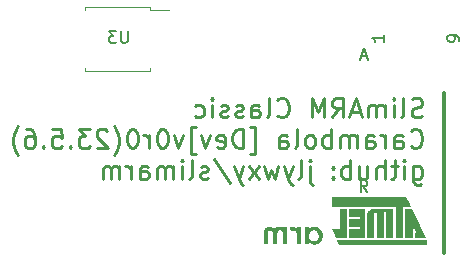
<source format=gbr>
%TF.GenerationSoftware,KiCad,Pcbnew,7.0.2-0*%
%TF.CreationDate,2023-05-06T05:04:52+08:00*%
%TF.ProjectId,slimarm_carambola,736c696d-6172-46d5-9f63-6172616d626f,rev?*%
%TF.SameCoordinates,Original*%
%TF.FileFunction,Legend,Bot*%
%TF.FilePolarity,Positive*%
%FSLAX46Y46*%
G04 Gerber Fmt 4.6, Leading zero omitted, Abs format (unit mm)*
G04 Created by KiCad (PCBNEW 7.0.2-0) date 2023-05-06 05:04:52*
%MOMM*%
%LPD*%
G01*
G04 APERTURE LIST*
%ADD10C,0.300000*%
%ADD11C,0.280000*%
%ADD12C,0.150000*%
%ADD13C,0.120000*%
G04 APERTURE END LIST*
D10*
X55870000Y-24905000D02*
X55870000Y-38475000D01*
D11*
X53995238Y-26914000D02*
X53766666Y-26990190D01*
X53766666Y-26990190D02*
X53385714Y-26990190D01*
X53385714Y-26990190D02*
X53233333Y-26914000D01*
X53233333Y-26914000D02*
X53157142Y-26837809D01*
X53157142Y-26837809D02*
X53080952Y-26685428D01*
X53080952Y-26685428D02*
X53080952Y-26533047D01*
X53080952Y-26533047D02*
X53157142Y-26380666D01*
X53157142Y-26380666D02*
X53233333Y-26304476D01*
X53233333Y-26304476D02*
X53385714Y-26228285D01*
X53385714Y-26228285D02*
X53690476Y-26152095D01*
X53690476Y-26152095D02*
X53842857Y-26075904D01*
X53842857Y-26075904D02*
X53919047Y-25999714D01*
X53919047Y-25999714D02*
X53995238Y-25847333D01*
X53995238Y-25847333D02*
X53995238Y-25694952D01*
X53995238Y-25694952D02*
X53919047Y-25542571D01*
X53919047Y-25542571D02*
X53842857Y-25466380D01*
X53842857Y-25466380D02*
X53690476Y-25390190D01*
X53690476Y-25390190D02*
X53309523Y-25390190D01*
X53309523Y-25390190D02*
X53080952Y-25466380D01*
X52166666Y-26990190D02*
X52319047Y-26914000D01*
X52319047Y-26914000D02*
X52395237Y-26761619D01*
X52395237Y-26761619D02*
X52395237Y-25390190D01*
X51557142Y-26990190D02*
X51557142Y-25923523D01*
X51557142Y-25390190D02*
X51633333Y-25466380D01*
X51633333Y-25466380D02*
X51557142Y-25542571D01*
X51557142Y-25542571D02*
X51480952Y-25466380D01*
X51480952Y-25466380D02*
X51557142Y-25390190D01*
X51557142Y-25390190D02*
X51557142Y-25542571D01*
X50795237Y-26990190D02*
X50795237Y-25923523D01*
X50795237Y-26075904D02*
X50719047Y-25999714D01*
X50719047Y-25999714D02*
X50566666Y-25923523D01*
X50566666Y-25923523D02*
X50338094Y-25923523D01*
X50338094Y-25923523D02*
X50185713Y-25999714D01*
X50185713Y-25999714D02*
X50109523Y-26152095D01*
X50109523Y-26152095D02*
X50109523Y-26990190D01*
X50109523Y-26152095D02*
X50033332Y-25999714D01*
X50033332Y-25999714D02*
X49880951Y-25923523D01*
X49880951Y-25923523D02*
X49652380Y-25923523D01*
X49652380Y-25923523D02*
X49499999Y-25999714D01*
X49499999Y-25999714D02*
X49423809Y-26152095D01*
X49423809Y-26152095D02*
X49423809Y-26990190D01*
X48738095Y-26533047D02*
X47976190Y-26533047D01*
X48890476Y-26990190D02*
X48357142Y-25390190D01*
X48357142Y-25390190D02*
X47823809Y-26990190D01*
X46376189Y-26990190D02*
X46909523Y-26228285D01*
X47290475Y-26990190D02*
X47290475Y-25390190D01*
X47290475Y-25390190D02*
X46680951Y-25390190D01*
X46680951Y-25390190D02*
X46528570Y-25466380D01*
X46528570Y-25466380D02*
X46452380Y-25542571D01*
X46452380Y-25542571D02*
X46376189Y-25694952D01*
X46376189Y-25694952D02*
X46376189Y-25923523D01*
X46376189Y-25923523D02*
X46452380Y-26075904D01*
X46452380Y-26075904D02*
X46528570Y-26152095D01*
X46528570Y-26152095D02*
X46680951Y-26228285D01*
X46680951Y-26228285D02*
X47290475Y-26228285D01*
X45690475Y-26990190D02*
X45690475Y-25390190D01*
X45690475Y-25390190D02*
X45157142Y-26533047D01*
X45157142Y-26533047D02*
X44623808Y-25390190D01*
X44623808Y-25390190D02*
X44623808Y-26990190D01*
X41728570Y-26837809D02*
X41804761Y-26914000D01*
X41804761Y-26914000D02*
X42033332Y-26990190D01*
X42033332Y-26990190D02*
X42185713Y-26990190D01*
X42185713Y-26990190D02*
X42414285Y-26914000D01*
X42414285Y-26914000D02*
X42566666Y-26761619D01*
X42566666Y-26761619D02*
X42642856Y-26609238D01*
X42642856Y-26609238D02*
X42719047Y-26304476D01*
X42719047Y-26304476D02*
X42719047Y-26075904D01*
X42719047Y-26075904D02*
X42642856Y-25771142D01*
X42642856Y-25771142D02*
X42566666Y-25618761D01*
X42566666Y-25618761D02*
X42414285Y-25466380D01*
X42414285Y-25466380D02*
X42185713Y-25390190D01*
X42185713Y-25390190D02*
X42033332Y-25390190D01*
X42033332Y-25390190D02*
X41804761Y-25466380D01*
X41804761Y-25466380D02*
X41728570Y-25542571D01*
X40814285Y-26990190D02*
X40966666Y-26914000D01*
X40966666Y-26914000D02*
X41042856Y-26761619D01*
X41042856Y-26761619D02*
X41042856Y-25390190D01*
X39519047Y-26990190D02*
X39519047Y-26152095D01*
X39519047Y-26152095D02*
X39595237Y-25999714D01*
X39595237Y-25999714D02*
X39747618Y-25923523D01*
X39747618Y-25923523D02*
X40052380Y-25923523D01*
X40052380Y-25923523D02*
X40204761Y-25999714D01*
X39519047Y-26914000D02*
X39671428Y-26990190D01*
X39671428Y-26990190D02*
X40052380Y-26990190D01*
X40052380Y-26990190D02*
X40204761Y-26914000D01*
X40204761Y-26914000D02*
X40280952Y-26761619D01*
X40280952Y-26761619D02*
X40280952Y-26609238D01*
X40280952Y-26609238D02*
X40204761Y-26456857D01*
X40204761Y-26456857D02*
X40052380Y-26380666D01*
X40052380Y-26380666D02*
X39671428Y-26380666D01*
X39671428Y-26380666D02*
X39519047Y-26304476D01*
X38833333Y-26914000D02*
X38680952Y-26990190D01*
X38680952Y-26990190D02*
X38376190Y-26990190D01*
X38376190Y-26990190D02*
X38223809Y-26914000D01*
X38223809Y-26914000D02*
X38147618Y-26761619D01*
X38147618Y-26761619D02*
X38147618Y-26685428D01*
X38147618Y-26685428D02*
X38223809Y-26533047D01*
X38223809Y-26533047D02*
X38376190Y-26456857D01*
X38376190Y-26456857D02*
X38604761Y-26456857D01*
X38604761Y-26456857D02*
X38757142Y-26380666D01*
X38757142Y-26380666D02*
X38833333Y-26228285D01*
X38833333Y-26228285D02*
X38833333Y-26152095D01*
X38833333Y-26152095D02*
X38757142Y-25999714D01*
X38757142Y-25999714D02*
X38604761Y-25923523D01*
X38604761Y-25923523D02*
X38376190Y-25923523D01*
X38376190Y-25923523D02*
X38223809Y-25999714D01*
X37538095Y-26914000D02*
X37385714Y-26990190D01*
X37385714Y-26990190D02*
X37080952Y-26990190D01*
X37080952Y-26990190D02*
X36928571Y-26914000D01*
X36928571Y-26914000D02*
X36852380Y-26761619D01*
X36852380Y-26761619D02*
X36852380Y-26685428D01*
X36852380Y-26685428D02*
X36928571Y-26533047D01*
X36928571Y-26533047D02*
X37080952Y-26456857D01*
X37080952Y-26456857D02*
X37309523Y-26456857D01*
X37309523Y-26456857D02*
X37461904Y-26380666D01*
X37461904Y-26380666D02*
X37538095Y-26228285D01*
X37538095Y-26228285D02*
X37538095Y-26152095D01*
X37538095Y-26152095D02*
X37461904Y-25999714D01*
X37461904Y-25999714D02*
X37309523Y-25923523D01*
X37309523Y-25923523D02*
X37080952Y-25923523D01*
X37080952Y-25923523D02*
X36928571Y-25999714D01*
X36166666Y-26990190D02*
X36166666Y-25923523D01*
X36166666Y-25390190D02*
X36242857Y-25466380D01*
X36242857Y-25466380D02*
X36166666Y-25542571D01*
X36166666Y-25542571D02*
X36090476Y-25466380D01*
X36090476Y-25466380D02*
X36166666Y-25390190D01*
X36166666Y-25390190D02*
X36166666Y-25542571D01*
X34719047Y-26914000D02*
X34871428Y-26990190D01*
X34871428Y-26990190D02*
X35176190Y-26990190D01*
X35176190Y-26990190D02*
X35328571Y-26914000D01*
X35328571Y-26914000D02*
X35404761Y-26837809D01*
X35404761Y-26837809D02*
X35480952Y-26685428D01*
X35480952Y-26685428D02*
X35480952Y-26228285D01*
X35480952Y-26228285D02*
X35404761Y-26075904D01*
X35404761Y-26075904D02*
X35328571Y-25999714D01*
X35328571Y-25999714D02*
X35176190Y-25923523D01*
X35176190Y-25923523D02*
X34871428Y-25923523D01*
X34871428Y-25923523D02*
X34719047Y-25999714D01*
X53004761Y-29429809D02*
X53080952Y-29506000D01*
X53080952Y-29506000D02*
X53309523Y-29582190D01*
X53309523Y-29582190D02*
X53461904Y-29582190D01*
X53461904Y-29582190D02*
X53690476Y-29506000D01*
X53690476Y-29506000D02*
X53842857Y-29353619D01*
X53842857Y-29353619D02*
X53919047Y-29201238D01*
X53919047Y-29201238D02*
X53995238Y-28896476D01*
X53995238Y-28896476D02*
X53995238Y-28667904D01*
X53995238Y-28667904D02*
X53919047Y-28363142D01*
X53919047Y-28363142D02*
X53842857Y-28210761D01*
X53842857Y-28210761D02*
X53690476Y-28058380D01*
X53690476Y-28058380D02*
X53461904Y-27982190D01*
X53461904Y-27982190D02*
X53309523Y-27982190D01*
X53309523Y-27982190D02*
X53080952Y-28058380D01*
X53080952Y-28058380D02*
X53004761Y-28134571D01*
X51633333Y-29582190D02*
X51633333Y-28744095D01*
X51633333Y-28744095D02*
X51709523Y-28591714D01*
X51709523Y-28591714D02*
X51861904Y-28515523D01*
X51861904Y-28515523D02*
X52166666Y-28515523D01*
X52166666Y-28515523D02*
X52319047Y-28591714D01*
X51633333Y-29506000D02*
X51785714Y-29582190D01*
X51785714Y-29582190D02*
X52166666Y-29582190D01*
X52166666Y-29582190D02*
X52319047Y-29506000D01*
X52319047Y-29506000D02*
X52395238Y-29353619D01*
X52395238Y-29353619D02*
X52395238Y-29201238D01*
X52395238Y-29201238D02*
X52319047Y-29048857D01*
X52319047Y-29048857D02*
X52166666Y-28972666D01*
X52166666Y-28972666D02*
X51785714Y-28972666D01*
X51785714Y-28972666D02*
X51633333Y-28896476D01*
X50871428Y-29582190D02*
X50871428Y-28515523D01*
X50871428Y-28820285D02*
X50795238Y-28667904D01*
X50795238Y-28667904D02*
X50719047Y-28591714D01*
X50719047Y-28591714D02*
X50566666Y-28515523D01*
X50566666Y-28515523D02*
X50414285Y-28515523D01*
X49195238Y-29582190D02*
X49195238Y-28744095D01*
X49195238Y-28744095D02*
X49271428Y-28591714D01*
X49271428Y-28591714D02*
X49423809Y-28515523D01*
X49423809Y-28515523D02*
X49728571Y-28515523D01*
X49728571Y-28515523D02*
X49880952Y-28591714D01*
X49195238Y-29506000D02*
X49347619Y-29582190D01*
X49347619Y-29582190D02*
X49728571Y-29582190D01*
X49728571Y-29582190D02*
X49880952Y-29506000D01*
X49880952Y-29506000D02*
X49957143Y-29353619D01*
X49957143Y-29353619D02*
X49957143Y-29201238D01*
X49957143Y-29201238D02*
X49880952Y-29048857D01*
X49880952Y-29048857D02*
X49728571Y-28972666D01*
X49728571Y-28972666D02*
X49347619Y-28972666D01*
X49347619Y-28972666D02*
X49195238Y-28896476D01*
X48433333Y-29582190D02*
X48433333Y-28515523D01*
X48433333Y-28667904D02*
X48357143Y-28591714D01*
X48357143Y-28591714D02*
X48204762Y-28515523D01*
X48204762Y-28515523D02*
X47976190Y-28515523D01*
X47976190Y-28515523D02*
X47823809Y-28591714D01*
X47823809Y-28591714D02*
X47747619Y-28744095D01*
X47747619Y-28744095D02*
X47747619Y-29582190D01*
X47747619Y-28744095D02*
X47671428Y-28591714D01*
X47671428Y-28591714D02*
X47519047Y-28515523D01*
X47519047Y-28515523D02*
X47290476Y-28515523D01*
X47290476Y-28515523D02*
X47138095Y-28591714D01*
X47138095Y-28591714D02*
X47061905Y-28744095D01*
X47061905Y-28744095D02*
X47061905Y-29582190D01*
X46300000Y-29582190D02*
X46300000Y-27982190D01*
X46300000Y-28591714D02*
X46147619Y-28515523D01*
X46147619Y-28515523D02*
X45842857Y-28515523D01*
X45842857Y-28515523D02*
X45690476Y-28591714D01*
X45690476Y-28591714D02*
X45614286Y-28667904D01*
X45614286Y-28667904D02*
X45538095Y-28820285D01*
X45538095Y-28820285D02*
X45538095Y-29277428D01*
X45538095Y-29277428D02*
X45614286Y-29429809D01*
X45614286Y-29429809D02*
X45690476Y-29506000D01*
X45690476Y-29506000D02*
X45842857Y-29582190D01*
X45842857Y-29582190D02*
X46147619Y-29582190D01*
X46147619Y-29582190D02*
X46300000Y-29506000D01*
X44623810Y-29582190D02*
X44776191Y-29506000D01*
X44776191Y-29506000D02*
X44852381Y-29429809D01*
X44852381Y-29429809D02*
X44928572Y-29277428D01*
X44928572Y-29277428D02*
X44928572Y-28820285D01*
X44928572Y-28820285D02*
X44852381Y-28667904D01*
X44852381Y-28667904D02*
X44776191Y-28591714D01*
X44776191Y-28591714D02*
X44623810Y-28515523D01*
X44623810Y-28515523D02*
X44395238Y-28515523D01*
X44395238Y-28515523D02*
X44242857Y-28591714D01*
X44242857Y-28591714D02*
X44166667Y-28667904D01*
X44166667Y-28667904D02*
X44090476Y-28820285D01*
X44090476Y-28820285D02*
X44090476Y-29277428D01*
X44090476Y-29277428D02*
X44166667Y-29429809D01*
X44166667Y-29429809D02*
X44242857Y-29506000D01*
X44242857Y-29506000D02*
X44395238Y-29582190D01*
X44395238Y-29582190D02*
X44623810Y-29582190D01*
X43176191Y-29582190D02*
X43328572Y-29506000D01*
X43328572Y-29506000D02*
X43404762Y-29353619D01*
X43404762Y-29353619D02*
X43404762Y-27982190D01*
X41880953Y-29582190D02*
X41880953Y-28744095D01*
X41880953Y-28744095D02*
X41957143Y-28591714D01*
X41957143Y-28591714D02*
X42109524Y-28515523D01*
X42109524Y-28515523D02*
X42414286Y-28515523D01*
X42414286Y-28515523D02*
X42566667Y-28591714D01*
X41880953Y-29506000D02*
X42033334Y-29582190D01*
X42033334Y-29582190D02*
X42414286Y-29582190D01*
X42414286Y-29582190D02*
X42566667Y-29506000D01*
X42566667Y-29506000D02*
X42642858Y-29353619D01*
X42642858Y-29353619D02*
X42642858Y-29201238D01*
X42642858Y-29201238D02*
X42566667Y-29048857D01*
X42566667Y-29048857D02*
X42414286Y-28972666D01*
X42414286Y-28972666D02*
X42033334Y-28972666D01*
X42033334Y-28972666D02*
X41880953Y-28896476D01*
X39442857Y-30115523D02*
X39823810Y-30115523D01*
X39823810Y-30115523D02*
X39823810Y-27829809D01*
X39823810Y-27829809D02*
X39442857Y-27829809D01*
X38833333Y-29582190D02*
X38833333Y-27982190D01*
X38833333Y-27982190D02*
X38452381Y-27982190D01*
X38452381Y-27982190D02*
X38223809Y-28058380D01*
X38223809Y-28058380D02*
X38071428Y-28210761D01*
X38071428Y-28210761D02*
X37995238Y-28363142D01*
X37995238Y-28363142D02*
X37919047Y-28667904D01*
X37919047Y-28667904D02*
X37919047Y-28896476D01*
X37919047Y-28896476D02*
X37995238Y-29201238D01*
X37995238Y-29201238D02*
X38071428Y-29353619D01*
X38071428Y-29353619D02*
X38223809Y-29506000D01*
X38223809Y-29506000D02*
X38452381Y-29582190D01*
X38452381Y-29582190D02*
X38833333Y-29582190D01*
X36623809Y-29506000D02*
X36776190Y-29582190D01*
X36776190Y-29582190D02*
X37080952Y-29582190D01*
X37080952Y-29582190D02*
X37233333Y-29506000D01*
X37233333Y-29506000D02*
X37309524Y-29353619D01*
X37309524Y-29353619D02*
X37309524Y-28744095D01*
X37309524Y-28744095D02*
X37233333Y-28591714D01*
X37233333Y-28591714D02*
X37080952Y-28515523D01*
X37080952Y-28515523D02*
X36776190Y-28515523D01*
X36776190Y-28515523D02*
X36623809Y-28591714D01*
X36623809Y-28591714D02*
X36547619Y-28744095D01*
X36547619Y-28744095D02*
X36547619Y-28896476D01*
X36547619Y-28896476D02*
X37309524Y-29048857D01*
X36014285Y-28515523D02*
X35633333Y-29582190D01*
X35633333Y-29582190D02*
X35252380Y-28515523D01*
X34795237Y-30115523D02*
X34414285Y-30115523D01*
X34414285Y-30115523D02*
X34414285Y-27829809D01*
X34414285Y-27829809D02*
X34795237Y-27829809D01*
X33728570Y-28515523D02*
X33347618Y-29582190D01*
X33347618Y-29582190D02*
X32966665Y-28515523D01*
X32052379Y-27982190D02*
X31899998Y-27982190D01*
X31899998Y-27982190D02*
X31747617Y-28058380D01*
X31747617Y-28058380D02*
X31671427Y-28134571D01*
X31671427Y-28134571D02*
X31595236Y-28286952D01*
X31595236Y-28286952D02*
X31519046Y-28591714D01*
X31519046Y-28591714D02*
X31519046Y-28972666D01*
X31519046Y-28972666D02*
X31595236Y-29277428D01*
X31595236Y-29277428D02*
X31671427Y-29429809D01*
X31671427Y-29429809D02*
X31747617Y-29506000D01*
X31747617Y-29506000D02*
X31899998Y-29582190D01*
X31899998Y-29582190D02*
X32052379Y-29582190D01*
X32052379Y-29582190D02*
X32204760Y-29506000D01*
X32204760Y-29506000D02*
X32280951Y-29429809D01*
X32280951Y-29429809D02*
X32357141Y-29277428D01*
X32357141Y-29277428D02*
X32433332Y-28972666D01*
X32433332Y-28972666D02*
X32433332Y-28591714D01*
X32433332Y-28591714D02*
X32357141Y-28286952D01*
X32357141Y-28286952D02*
X32280951Y-28134571D01*
X32280951Y-28134571D02*
X32204760Y-28058380D01*
X32204760Y-28058380D02*
X32052379Y-27982190D01*
X30833331Y-29582190D02*
X30833331Y-28515523D01*
X30833331Y-28820285D02*
X30757141Y-28667904D01*
X30757141Y-28667904D02*
X30680950Y-28591714D01*
X30680950Y-28591714D02*
X30528569Y-28515523D01*
X30528569Y-28515523D02*
X30376188Y-28515523D01*
X29538093Y-27982190D02*
X29385712Y-27982190D01*
X29385712Y-27982190D02*
X29233331Y-28058380D01*
X29233331Y-28058380D02*
X29157141Y-28134571D01*
X29157141Y-28134571D02*
X29080950Y-28286952D01*
X29080950Y-28286952D02*
X29004760Y-28591714D01*
X29004760Y-28591714D02*
X29004760Y-28972666D01*
X29004760Y-28972666D02*
X29080950Y-29277428D01*
X29080950Y-29277428D02*
X29157141Y-29429809D01*
X29157141Y-29429809D02*
X29233331Y-29506000D01*
X29233331Y-29506000D02*
X29385712Y-29582190D01*
X29385712Y-29582190D02*
X29538093Y-29582190D01*
X29538093Y-29582190D02*
X29690474Y-29506000D01*
X29690474Y-29506000D02*
X29766665Y-29429809D01*
X29766665Y-29429809D02*
X29842855Y-29277428D01*
X29842855Y-29277428D02*
X29919046Y-28972666D01*
X29919046Y-28972666D02*
X29919046Y-28591714D01*
X29919046Y-28591714D02*
X29842855Y-28286952D01*
X29842855Y-28286952D02*
X29766665Y-28134571D01*
X29766665Y-28134571D02*
X29690474Y-28058380D01*
X29690474Y-28058380D02*
X29538093Y-27982190D01*
X27861902Y-30191714D02*
X27938093Y-30115523D01*
X27938093Y-30115523D02*
X28090474Y-29886952D01*
X28090474Y-29886952D02*
X28166664Y-29734571D01*
X28166664Y-29734571D02*
X28242855Y-29506000D01*
X28242855Y-29506000D02*
X28319045Y-29125047D01*
X28319045Y-29125047D02*
X28319045Y-28820285D01*
X28319045Y-28820285D02*
X28242855Y-28439333D01*
X28242855Y-28439333D02*
X28166664Y-28210761D01*
X28166664Y-28210761D02*
X28090474Y-28058380D01*
X28090474Y-28058380D02*
X27938093Y-27829809D01*
X27938093Y-27829809D02*
X27861902Y-27753619D01*
X27328569Y-28134571D02*
X27252378Y-28058380D01*
X27252378Y-28058380D02*
X27099997Y-27982190D01*
X27099997Y-27982190D02*
X26719045Y-27982190D01*
X26719045Y-27982190D02*
X26566664Y-28058380D01*
X26566664Y-28058380D02*
X26490473Y-28134571D01*
X26490473Y-28134571D02*
X26414283Y-28286952D01*
X26414283Y-28286952D02*
X26414283Y-28439333D01*
X26414283Y-28439333D02*
X26490473Y-28667904D01*
X26490473Y-28667904D02*
X27404759Y-29582190D01*
X27404759Y-29582190D02*
X26414283Y-29582190D01*
X25880949Y-27982190D02*
X24890473Y-27982190D01*
X24890473Y-27982190D02*
X25423806Y-28591714D01*
X25423806Y-28591714D02*
X25195235Y-28591714D01*
X25195235Y-28591714D02*
X25042854Y-28667904D01*
X25042854Y-28667904D02*
X24966663Y-28744095D01*
X24966663Y-28744095D02*
X24890473Y-28896476D01*
X24890473Y-28896476D02*
X24890473Y-29277428D01*
X24890473Y-29277428D02*
X24966663Y-29429809D01*
X24966663Y-29429809D02*
X25042854Y-29506000D01*
X25042854Y-29506000D02*
X25195235Y-29582190D01*
X25195235Y-29582190D02*
X25652378Y-29582190D01*
X25652378Y-29582190D02*
X25804759Y-29506000D01*
X25804759Y-29506000D02*
X25880949Y-29429809D01*
X24204758Y-29429809D02*
X24128568Y-29506000D01*
X24128568Y-29506000D02*
X24204758Y-29582190D01*
X24204758Y-29582190D02*
X24280949Y-29506000D01*
X24280949Y-29506000D02*
X24204758Y-29429809D01*
X24204758Y-29429809D02*
X24204758Y-29582190D01*
X22680948Y-27982190D02*
X23442853Y-27982190D01*
X23442853Y-27982190D02*
X23519044Y-28744095D01*
X23519044Y-28744095D02*
X23442853Y-28667904D01*
X23442853Y-28667904D02*
X23290472Y-28591714D01*
X23290472Y-28591714D02*
X22909520Y-28591714D01*
X22909520Y-28591714D02*
X22757139Y-28667904D01*
X22757139Y-28667904D02*
X22680948Y-28744095D01*
X22680948Y-28744095D02*
X22604758Y-28896476D01*
X22604758Y-28896476D02*
X22604758Y-29277428D01*
X22604758Y-29277428D02*
X22680948Y-29429809D01*
X22680948Y-29429809D02*
X22757139Y-29506000D01*
X22757139Y-29506000D02*
X22909520Y-29582190D01*
X22909520Y-29582190D02*
X23290472Y-29582190D01*
X23290472Y-29582190D02*
X23442853Y-29506000D01*
X23442853Y-29506000D02*
X23519044Y-29429809D01*
X21919043Y-29429809D02*
X21842853Y-29506000D01*
X21842853Y-29506000D02*
X21919043Y-29582190D01*
X21919043Y-29582190D02*
X21995234Y-29506000D01*
X21995234Y-29506000D02*
X21919043Y-29429809D01*
X21919043Y-29429809D02*
X21919043Y-29582190D01*
X20471424Y-27982190D02*
X20776186Y-27982190D01*
X20776186Y-27982190D02*
X20928567Y-28058380D01*
X20928567Y-28058380D02*
X21004757Y-28134571D01*
X21004757Y-28134571D02*
X21157138Y-28363142D01*
X21157138Y-28363142D02*
X21233329Y-28667904D01*
X21233329Y-28667904D02*
X21233329Y-29277428D01*
X21233329Y-29277428D02*
X21157138Y-29429809D01*
X21157138Y-29429809D02*
X21080948Y-29506000D01*
X21080948Y-29506000D02*
X20928567Y-29582190D01*
X20928567Y-29582190D02*
X20623805Y-29582190D01*
X20623805Y-29582190D02*
X20471424Y-29506000D01*
X20471424Y-29506000D02*
X20395233Y-29429809D01*
X20395233Y-29429809D02*
X20319043Y-29277428D01*
X20319043Y-29277428D02*
X20319043Y-28896476D01*
X20319043Y-28896476D02*
X20395233Y-28744095D01*
X20395233Y-28744095D02*
X20471424Y-28667904D01*
X20471424Y-28667904D02*
X20623805Y-28591714D01*
X20623805Y-28591714D02*
X20928567Y-28591714D01*
X20928567Y-28591714D02*
X21080948Y-28667904D01*
X21080948Y-28667904D02*
X21157138Y-28744095D01*
X21157138Y-28744095D02*
X21233329Y-28896476D01*
X19785709Y-30191714D02*
X19709519Y-30115523D01*
X19709519Y-30115523D02*
X19557138Y-29886952D01*
X19557138Y-29886952D02*
X19480947Y-29734571D01*
X19480947Y-29734571D02*
X19404757Y-29506000D01*
X19404757Y-29506000D02*
X19328566Y-29125047D01*
X19328566Y-29125047D02*
X19328566Y-28820285D01*
X19328566Y-28820285D02*
X19404757Y-28439333D01*
X19404757Y-28439333D02*
X19480947Y-28210761D01*
X19480947Y-28210761D02*
X19557138Y-28058380D01*
X19557138Y-28058380D02*
X19709519Y-27829809D01*
X19709519Y-27829809D02*
X19785709Y-27753619D01*
X53233333Y-31107523D02*
X53233333Y-32402761D01*
X53233333Y-32402761D02*
X53309523Y-32555142D01*
X53309523Y-32555142D02*
X53385714Y-32631333D01*
X53385714Y-32631333D02*
X53538095Y-32707523D01*
X53538095Y-32707523D02*
X53766666Y-32707523D01*
X53766666Y-32707523D02*
X53919047Y-32631333D01*
X53233333Y-32098000D02*
X53385714Y-32174190D01*
X53385714Y-32174190D02*
X53690476Y-32174190D01*
X53690476Y-32174190D02*
X53842857Y-32098000D01*
X53842857Y-32098000D02*
X53919047Y-32021809D01*
X53919047Y-32021809D02*
X53995238Y-31869428D01*
X53995238Y-31869428D02*
X53995238Y-31412285D01*
X53995238Y-31412285D02*
X53919047Y-31259904D01*
X53919047Y-31259904D02*
X53842857Y-31183714D01*
X53842857Y-31183714D02*
X53690476Y-31107523D01*
X53690476Y-31107523D02*
X53385714Y-31107523D01*
X53385714Y-31107523D02*
X53233333Y-31183714D01*
X52471428Y-32174190D02*
X52471428Y-31107523D01*
X52471428Y-30574190D02*
X52547619Y-30650380D01*
X52547619Y-30650380D02*
X52471428Y-30726571D01*
X52471428Y-30726571D02*
X52395238Y-30650380D01*
X52395238Y-30650380D02*
X52471428Y-30574190D01*
X52471428Y-30574190D02*
X52471428Y-30726571D01*
X51938095Y-31107523D02*
X51328571Y-31107523D01*
X51709523Y-30574190D02*
X51709523Y-31945619D01*
X51709523Y-31945619D02*
X51633333Y-32098000D01*
X51633333Y-32098000D02*
X51480952Y-32174190D01*
X51480952Y-32174190D02*
X51328571Y-32174190D01*
X50795237Y-32174190D02*
X50795237Y-30574190D01*
X50109523Y-32174190D02*
X50109523Y-31336095D01*
X50109523Y-31336095D02*
X50185713Y-31183714D01*
X50185713Y-31183714D02*
X50338094Y-31107523D01*
X50338094Y-31107523D02*
X50566666Y-31107523D01*
X50566666Y-31107523D02*
X50719047Y-31183714D01*
X50719047Y-31183714D02*
X50795237Y-31259904D01*
X48661904Y-31107523D02*
X48661904Y-32174190D01*
X49347618Y-31107523D02*
X49347618Y-31945619D01*
X49347618Y-31945619D02*
X49271428Y-32098000D01*
X49271428Y-32098000D02*
X49119047Y-32174190D01*
X49119047Y-32174190D02*
X48890475Y-32174190D01*
X48890475Y-32174190D02*
X48738094Y-32098000D01*
X48738094Y-32098000D02*
X48661904Y-32021809D01*
X47899999Y-32174190D02*
X47899999Y-30574190D01*
X47899999Y-31183714D02*
X47747618Y-31107523D01*
X47747618Y-31107523D02*
X47442856Y-31107523D01*
X47442856Y-31107523D02*
X47290475Y-31183714D01*
X47290475Y-31183714D02*
X47214285Y-31259904D01*
X47214285Y-31259904D02*
X47138094Y-31412285D01*
X47138094Y-31412285D02*
X47138094Y-31869428D01*
X47138094Y-31869428D02*
X47214285Y-32021809D01*
X47214285Y-32021809D02*
X47290475Y-32098000D01*
X47290475Y-32098000D02*
X47442856Y-32174190D01*
X47442856Y-32174190D02*
X47747618Y-32174190D01*
X47747618Y-32174190D02*
X47899999Y-32098000D01*
X46452380Y-32021809D02*
X46376190Y-32098000D01*
X46376190Y-32098000D02*
X46452380Y-32174190D01*
X46452380Y-32174190D02*
X46528571Y-32098000D01*
X46528571Y-32098000D02*
X46452380Y-32021809D01*
X46452380Y-32021809D02*
X46452380Y-32174190D01*
X46452380Y-31183714D02*
X46376190Y-31259904D01*
X46376190Y-31259904D02*
X46452380Y-31336095D01*
X46452380Y-31336095D02*
X46528571Y-31259904D01*
X46528571Y-31259904D02*
X46452380Y-31183714D01*
X46452380Y-31183714D02*
X46452380Y-31336095D01*
X44471427Y-31107523D02*
X44471427Y-32478952D01*
X44471427Y-32478952D02*
X44547618Y-32631333D01*
X44547618Y-32631333D02*
X44699999Y-32707523D01*
X44699999Y-32707523D02*
X44776189Y-32707523D01*
X44471427Y-30574190D02*
X44547618Y-30650380D01*
X44547618Y-30650380D02*
X44471427Y-30726571D01*
X44471427Y-30726571D02*
X44395237Y-30650380D01*
X44395237Y-30650380D02*
X44471427Y-30574190D01*
X44471427Y-30574190D02*
X44471427Y-30726571D01*
X43480951Y-32174190D02*
X43633332Y-32098000D01*
X43633332Y-32098000D02*
X43709522Y-31945619D01*
X43709522Y-31945619D02*
X43709522Y-30574190D01*
X43023808Y-31107523D02*
X42642856Y-32174190D01*
X42261903Y-31107523D02*
X42642856Y-32174190D01*
X42642856Y-32174190D02*
X42795237Y-32555142D01*
X42795237Y-32555142D02*
X42871427Y-32631333D01*
X42871427Y-32631333D02*
X43023808Y-32707523D01*
X41804760Y-31107523D02*
X41499998Y-32174190D01*
X41499998Y-32174190D02*
X41195236Y-31412285D01*
X41195236Y-31412285D02*
X40890474Y-32174190D01*
X40890474Y-32174190D02*
X40585712Y-31107523D01*
X40128570Y-32174190D02*
X39290475Y-31107523D01*
X40128570Y-31107523D02*
X39290475Y-32174190D01*
X38833332Y-31107523D02*
X38452380Y-32174190D01*
X38071427Y-31107523D02*
X38452380Y-32174190D01*
X38452380Y-32174190D02*
X38604761Y-32555142D01*
X38604761Y-32555142D02*
X38680951Y-32631333D01*
X38680951Y-32631333D02*
X38833332Y-32707523D01*
X36319046Y-30498000D02*
X37690475Y-32555142D01*
X35861904Y-32098000D02*
X35709523Y-32174190D01*
X35709523Y-32174190D02*
X35404761Y-32174190D01*
X35404761Y-32174190D02*
X35252380Y-32098000D01*
X35252380Y-32098000D02*
X35176189Y-31945619D01*
X35176189Y-31945619D02*
X35176189Y-31869428D01*
X35176189Y-31869428D02*
X35252380Y-31717047D01*
X35252380Y-31717047D02*
X35404761Y-31640857D01*
X35404761Y-31640857D02*
X35633332Y-31640857D01*
X35633332Y-31640857D02*
X35785713Y-31564666D01*
X35785713Y-31564666D02*
X35861904Y-31412285D01*
X35861904Y-31412285D02*
X35861904Y-31336095D01*
X35861904Y-31336095D02*
X35785713Y-31183714D01*
X35785713Y-31183714D02*
X35633332Y-31107523D01*
X35633332Y-31107523D02*
X35404761Y-31107523D01*
X35404761Y-31107523D02*
X35252380Y-31183714D01*
X34261904Y-32174190D02*
X34414285Y-32098000D01*
X34414285Y-32098000D02*
X34490475Y-31945619D01*
X34490475Y-31945619D02*
X34490475Y-30574190D01*
X33652380Y-32174190D02*
X33652380Y-31107523D01*
X33652380Y-30574190D02*
X33728571Y-30650380D01*
X33728571Y-30650380D02*
X33652380Y-30726571D01*
X33652380Y-30726571D02*
X33576190Y-30650380D01*
X33576190Y-30650380D02*
X33652380Y-30574190D01*
X33652380Y-30574190D02*
X33652380Y-30726571D01*
X32890475Y-32174190D02*
X32890475Y-31107523D01*
X32890475Y-31259904D02*
X32814285Y-31183714D01*
X32814285Y-31183714D02*
X32661904Y-31107523D01*
X32661904Y-31107523D02*
X32433332Y-31107523D01*
X32433332Y-31107523D02*
X32280951Y-31183714D01*
X32280951Y-31183714D02*
X32204761Y-31336095D01*
X32204761Y-31336095D02*
X32204761Y-32174190D01*
X32204761Y-31336095D02*
X32128570Y-31183714D01*
X32128570Y-31183714D02*
X31976189Y-31107523D01*
X31976189Y-31107523D02*
X31747618Y-31107523D01*
X31747618Y-31107523D02*
X31595237Y-31183714D01*
X31595237Y-31183714D02*
X31519047Y-31336095D01*
X31519047Y-31336095D02*
X31519047Y-32174190D01*
X30071428Y-32174190D02*
X30071428Y-31336095D01*
X30071428Y-31336095D02*
X30147618Y-31183714D01*
X30147618Y-31183714D02*
X30299999Y-31107523D01*
X30299999Y-31107523D02*
X30604761Y-31107523D01*
X30604761Y-31107523D02*
X30757142Y-31183714D01*
X30071428Y-32098000D02*
X30223809Y-32174190D01*
X30223809Y-32174190D02*
X30604761Y-32174190D01*
X30604761Y-32174190D02*
X30757142Y-32098000D01*
X30757142Y-32098000D02*
X30833333Y-31945619D01*
X30833333Y-31945619D02*
X30833333Y-31793238D01*
X30833333Y-31793238D02*
X30757142Y-31640857D01*
X30757142Y-31640857D02*
X30604761Y-31564666D01*
X30604761Y-31564666D02*
X30223809Y-31564666D01*
X30223809Y-31564666D02*
X30071428Y-31488476D01*
X29309523Y-32174190D02*
X29309523Y-31107523D01*
X29309523Y-31412285D02*
X29233333Y-31259904D01*
X29233333Y-31259904D02*
X29157142Y-31183714D01*
X29157142Y-31183714D02*
X29004761Y-31107523D01*
X29004761Y-31107523D02*
X28852380Y-31107523D01*
X28319047Y-32174190D02*
X28319047Y-31107523D01*
X28319047Y-31259904D02*
X28242857Y-31183714D01*
X28242857Y-31183714D02*
X28090476Y-31107523D01*
X28090476Y-31107523D02*
X27861904Y-31107523D01*
X27861904Y-31107523D02*
X27709523Y-31183714D01*
X27709523Y-31183714D02*
X27633333Y-31336095D01*
X27633333Y-31336095D02*
X27633333Y-32174190D01*
X27633333Y-31336095D02*
X27557142Y-31183714D01*
X27557142Y-31183714D02*
X27404761Y-31107523D01*
X27404761Y-31107523D02*
X27176190Y-31107523D01*
X27176190Y-31107523D02*
X27023809Y-31183714D01*
X27023809Y-31183714D02*
X26947619Y-31336095D01*
X26947619Y-31336095D02*
X26947619Y-32174190D01*
D12*
%TO.C,U3*%
X29051904Y-19692619D02*
X29051904Y-20502142D01*
X29051904Y-20502142D02*
X29004285Y-20597380D01*
X29004285Y-20597380D02*
X28956666Y-20645000D01*
X28956666Y-20645000D02*
X28861428Y-20692619D01*
X28861428Y-20692619D02*
X28670952Y-20692619D01*
X28670952Y-20692619D02*
X28575714Y-20645000D01*
X28575714Y-20645000D02*
X28528095Y-20597380D01*
X28528095Y-20597380D02*
X28480476Y-20502142D01*
X28480476Y-20502142D02*
X28480476Y-19692619D01*
X28099523Y-19692619D02*
X27480476Y-19692619D01*
X27480476Y-19692619D02*
X27813809Y-20073571D01*
X27813809Y-20073571D02*
X27670952Y-20073571D01*
X27670952Y-20073571D02*
X27575714Y-20121190D01*
X27575714Y-20121190D02*
X27528095Y-20168809D01*
X27528095Y-20168809D02*
X27480476Y-20264047D01*
X27480476Y-20264047D02*
X27480476Y-20502142D01*
X27480476Y-20502142D02*
X27528095Y-20597380D01*
X27528095Y-20597380D02*
X27575714Y-20645000D01*
X27575714Y-20645000D02*
X27670952Y-20692619D01*
X27670952Y-20692619D02*
X27956666Y-20692619D01*
X27956666Y-20692619D02*
X28051904Y-20645000D01*
X28051904Y-20645000D02*
X28099523Y-20597380D01*
%TO.C,U2*%
X49337223Y-33293319D02*
X49003890Y-32817128D01*
X48765795Y-33293319D02*
X48765795Y-32293319D01*
X48765795Y-32293319D02*
X49146747Y-32293319D01*
X49146747Y-32293319D02*
X49241985Y-32340938D01*
X49241985Y-32340938D02*
X49289604Y-32388557D01*
X49289604Y-32388557D02*
X49337223Y-32483795D01*
X49337223Y-32483795D02*
X49337223Y-32626652D01*
X49337223Y-32626652D02*
X49289604Y-32721890D01*
X49289604Y-32721890D02*
X49241985Y-32769509D01*
X49241985Y-32769509D02*
X49146747Y-32817128D01*
X49146747Y-32817128D02*
X48765795Y-32817128D01*
X57123019Y-20486275D02*
X57123019Y-20295799D01*
X57123019Y-20295799D02*
X57075400Y-20200561D01*
X57075400Y-20200561D02*
X57027780Y-20152942D01*
X57027780Y-20152942D02*
X56884923Y-20057704D01*
X56884923Y-20057704D02*
X56694447Y-20010085D01*
X56694447Y-20010085D02*
X56313495Y-20010085D01*
X56313495Y-20010085D02*
X56218257Y-20057704D01*
X56218257Y-20057704D02*
X56170638Y-20105323D01*
X56170638Y-20105323D02*
X56123019Y-20200561D01*
X56123019Y-20200561D02*
X56123019Y-20391037D01*
X56123019Y-20391037D02*
X56170638Y-20486275D01*
X56170638Y-20486275D02*
X56218257Y-20533894D01*
X56218257Y-20533894D02*
X56313495Y-20581513D01*
X56313495Y-20581513D02*
X56551590Y-20581513D01*
X56551590Y-20581513D02*
X56646828Y-20533894D01*
X56646828Y-20533894D02*
X56694447Y-20486275D01*
X56694447Y-20486275D02*
X56742066Y-20391037D01*
X56742066Y-20391037D02*
X56742066Y-20200561D01*
X56742066Y-20200561D02*
X56694447Y-20105323D01*
X56694447Y-20105323D02*
X56646828Y-20057704D01*
X56646828Y-20057704D02*
X56551590Y-20010085D01*
X50722219Y-20010085D02*
X50722219Y-20581513D01*
X50722219Y-20295799D02*
X49722219Y-20295799D01*
X49722219Y-20295799D02*
X49865076Y-20391037D01*
X49865076Y-20391037D02*
X49960314Y-20486275D01*
X49960314Y-20486275D02*
X50007933Y-20581513D01*
X48789605Y-21806204D02*
X49265795Y-21806204D01*
X48694367Y-22091919D02*
X49027700Y-21091919D01*
X49027700Y-21091919D02*
X49361033Y-22091919D01*
D13*
%TO.C,U3*%
X30905000Y-23105000D02*
X30905000Y-22845000D01*
X30905000Y-17915000D02*
X32580000Y-17915000D01*
X28180000Y-17655000D02*
X30905000Y-17655000D01*
X30905000Y-17655000D02*
X30905000Y-17915000D01*
X25455000Y-23105000D02*
X25455000Y-22845000D01*
X28180000Y-23105000D02*
X25455000Y-23105000D01*
X28180000Y-23105000D02*
X30905000Y-23105000D01*
X25455000Y-17655000D02*
X25455000Y-17915000D01*
X28180000Y-17655000D02*
X25455000Y-17655000D01*
%TO.C,G\u002A\u002A\u002A*%
G36*
X47616184Y-35969653D02*
G01*
X47616184Y-37186471D01*
X47136283Y-37185734D01*
X46656382Y-37184997D01*
X46502828Y-36814853D01*
X46349274Y-36444710D01*
X46667962Y-36443968D01*
X46986649Y-36443227D01*
X46986649Y-35598030D01*
X46986649Y-34752834D01*
X47301417Y-34752834D01*
X47616184Y-34752834D01*
X47616184Y-35969653D01*
G37*
G36*
X52824062Y-34137142D02*
G01*
X53054626Y-34541531D01*
X52697620Y-34542272D01*
X52340614Y-34543012D01*
X52340614Y-35864733D01*
X52340614Y-37186454D01*
X52041876Y-37186454D01*
X51743138Y-37186454D01*
X51743138Y-35864721D01*
X51743138Y-34542989D01*
X49048669Y-34542989D01*
X46354199Y-34542989D01*
X46354199Y-34137871D01*
X46354199Y-33732754D01*
X49473848Y-33732754D01*
X52593498Y-33732754D01*
X52824062Y-34137142D01*
G37*
G36*
X49134647Y-35969644D02*
G01*
X49134647Y-37186454D01*
X48468680Y-37186454D01*
X47802713Y-37186454D01*
X47802713Y-36811939D01*
X47802713Y-36437424D01*
X48250091Y-36437424D01*
X48697470Y-36437424D01*
X48697470Y-36354360D01*
X48697470Y-36271296D01*
X48247177Y-36271296D01*
X47796884Y-36271296D01*
X47796884Y-35944871D01*
X47796884Y-35618445D01*
X48250091Y-35618445D01*
X48703299Y-35618445D01*
X48703299Y-35525180D01*
X48703299Y-35431916D01*
X48253006Y-35431916D01*
X47802713Y-35431916D01*
X47802713Y-35092375D01*
X47802713Y-34752834D01*
X48468680Y-34752834D01*
X49134647Y-34752834D01*
X49134647Y-35969644D01*
G37*
G36*
X54348714Y-37575543D02*
G01*
X54348714Y-37807248D01*
X50650022Y-37806518D01*
X46951330Y-37805788D01*
X46848037Y-37577808D01*
X46836249Y-37551771D01*
X46821218Y-37518511D01*
X46807028Y-37487048D01*
X46793855Y-37457772D01*
X46781872Y-37431072D01*
X46771254Y-37407340D01*
X46762176Y-37386965D01*
X46754811Y-37370336D01*
X46749335Y-37357845D01*
X46745921Y-37349880D01*
X46744744Y-37346832D01*
X46746980Y-37346681D01*
X46754236Y-37346526D01*
X46766541Y-37346375D01*
X46783918Y-37346229D01*
X46806387Y-37346087D01*
X46833972Y-37345950D01*
X46866692Y-37345818D01*
X46904571Y-37345689D01*
X46947629Y-37345566D01*
X46995888Y-37345446D01*
X47049370Y-37345331D01*
X47108096Y-37345221D01*
X47172089Y-37345115D01*
X47241369Y-37345013D01*
X47315959Y-37344916D01*
X47395880Y-37344823D01*
X47481154Y-37344734D01*
X47571802Y-37344649D01*
X47667847Y-37344569D01*
X47769309Y-37344493D01*
X47876210Y-37344422D01*
X47988572Y-37344354D01*
X48106417Y-37344291D01*
X48229766Y-37344232D01*
X48358641Y-37344177D01*
X48493064Y-37344127D01*
X48633056Y-37344080D01*
X48778639Y-37344038D01*
X48929834Y-37344000D01*
X49086664Y-37343965D01*
X49249149Y-37343935D01*
X49417312Y-37343909D01*
X49591174Y-37343887D01*
X49770757Y-37343870D01*
X49956083Y-37343856D01*
X50147172Y-37343846D01*
X50344047Y-37343840D01*
X50546729Y-37343838D01*
X54348714Y-37343838D01*
X54348714Y-37575543D01*
G37*
G36*
X52825152Y-34752868D02*
G01*
X53114417Y-34752903D01*
X53715432Y-35964578D01*
X53716177Y-35966079D01*
X53755505Y-36045370D01*
X53794183Y-36123355D01*
X53832130Y-36199871D01*
X53869264Y-36274755D01*
X53905506Y-36347844D01*
X53940774Y-36418975D01*
X53974987Y-36487984D01*
X54008065Y-36554709D01*
X54039927Y-36618985D01*
X54070491Y-36680651D01*
X54099677Y-36739542D01*
X54127405Y-36795497D01*
X54153593Y-36848350D01*
X54178160Y-36897940D01*
X54201026Y-36944104D01*
X54222110Y-36986677D01*
X54241330Y-37025497D01*
X54258607Y-37060400D01*
X54273859Y-37091225D01*
X54287005Y-37117806D01*
X54297965Y-37139982D01*
X54306658Y-37157588D01*
X54313002Y-37170463D01*
X54316918Y-37178442D01*
X54318323Y-37181363D01*
X54318394Y-37181920D01*
X54317954Y-37182537D01*
X54316691Y-37183094D01*
X54314341Y-37183594D01*
X54310641Y-37184039D01*
X54305327Y-37184432D01*
X54298136Y-37184775D01*
X54288805Y-37185070D01*
X54277069Y-37185321D01*
X54262667Y-37185530D01*
X54245333Y-37185698D01*
X54224805Y-37185829D01*
X54200819Y-37185926D01*
X54173112Y-37185989D01*
X54141420Y-37186023D01*
X54105479Y-37186029D01*
X54065027Y-37186011D01*
X54019800Y-37185969D01*
X53969535Y-37185908D01*
X53913967Y-37185829D01*
X53852834Y-37185734D01*
X53385467Y-37184997D01*
X53384717Y-37003568D01*
X53383966Y-36822140D01*
X53470209Y-36822140D01*
X53474414Y-36822137D01*
X53496836Y-36822024D01*
X53516517Y-36821757D01*
X53532840Y-36821357D01*
X53545186Y-36820841D01*
X53552939Y-36820229D01*
X53555481Y-36819540D01*
X53554989Y-36818661D01*
X53551845Y-36813358D01*
X53545963Y-36803552D01*
X53537533Y-36789557D01*
X53526743Y-36771685D01*
X53513783Y-36750248D01*
X53498841Y-36725560D01*
X53482108Y-36697931D01*
X53463771Y-36667675D01*
X53444021Y-36635105D01*
X53423047Y-36600533D01*
X53401037Y-36564272D01*
X53378181Y-36526633D01*
X53201853Y-36236326D01*
X53201115Y-36711390D01*
X53200378Y-37186454D01*
X52868132Y-37186454D01*
X52535886Y-37186454D01*
X52535886Y-35969644D01*
X52535886Y-34752834D01*
X52825152Y-34752868D01*
G37*
G36*
X51530378Y-35969597D02*
G01*
X51530378Y-37186454D01*
X51230183Y-37186454D01*
X50929988Y-37186454D01*
X50929988Y-36115370D01*
X50929988Y-35044285D01*
X50823608Y-35044285D01*
X50717229Y-35044285D01*
X50717229Y-36115383D01*
X50717229Y-37186482D01*
X50419219Y-37185739D01*
X50121210Y-37184997D01*
X50120478Y-36126299D01*
X50119745Y-35067601D01*
X50054056Y-35067601D01*
X50046420Y-35067605D01*
X50026572Y-35067679D01*
X50011441Y-35067896D01*
X50000189Y-35068318D01*
X49991976Y-35069008D01*
X49985965Y-35070027D01*
X49981316Y-35071438D01*
X49977192Y-35073303D01*
X49966858Y-35080077D01*
X49953766Y-35094314D01*
X49942837Y-35113879D01*
X49941810Y-35116114D01*
X49940464Y-35118855D01*
X49939202Y-35121359D01*
X49938022Y-35123810D01*
X49936921Y-35126391D01*
X49935896Y-35129286D01*
X49934944Y-35132679D01*
X49934063Y-35136754D01*
X49933248Y-35141694D01*
X49932499Y-35147684D01*
X49931811Y-35154908D01*
X49931183Y-35163548D01*
X49930610Y-35173790D01*
X49930091Y-35185816D01*
X49929623Y-35199811D01*
X49929202Y-35215958D01*
X49928826Y-35234441D01*
X49928492Y-35255445D01*
X49928197Y-35279152D01*
X49927939Y-35305748D01*
X49927715Y-35335415D01*
X49927521Y-35368337D01*
X49927355Y-35404698D01*
X49927214Y-35444683D01*
X49927096Y-35488475D01*
X49926997Y-35536257D01*
X49926915Y-35588214D01*
X49926846Y-35644529D01*
X49926789Y-35705386D01*
X49926740Y-35770970D01*
X49926696Y-35841463D01*
X49926655Y-35917050D01*
X49926613Y-35997915D01*
X49926568Y-36084241D01*
X49926518Y-36176212D01*
X49925938Y-37184997D01*
X49618456Y-37184997D01*
X49310975Y-37184997D01*
X49310975Y-36227579D01*
X49310975Y-36224927D01*
X49310976Y-36136318D01*
X49310980Y-36053340D01*
X49310987Y-35975800D01*
X49310999Y-35903507D01*
X49311016Y-35836268D01*
X49311040Y-35773891D01*
X49311073Y-35716183D01*
X49311114Y-35662952D01*
X49311164Y-35614005D01*
X49311226Y-35569151D01*
X49311300Y-35528196D01*
X49311387Y-35490949D01*
X49311488Y-35457217D01*
X49311604Y-35426808D01*
X49311736Y-35399529D01*
X49311886Y-35375188D01*
X49312054Y-35353593D01*
X49312241Y-35334551D01*
X49312448Y-35317870D01*
X49312677Y-35303358D01*
X49312928Y-35290822D01*
X49313203Y-35280069D01*
X49313503Y-35270909D01*
X49313828Y-35263147D01*
X49314179Y-35256592D01*
X49314559Y-35251052D01*
X49314967Y-35246333D01*
X49315405Y-35242244D01*
X49315873Y-35238593D01*
X49316374Y-35235186D01*
X49319159Y-35218339D01*
X49332017Y-35159195D01*
X49349094Y-35103296D01*
X49370253Y-35050835D01*
X49395360Y-35002007D01*
X49424280Y-34957009D01*
X49456876Y-34916033D01*
X49493013Y-34879276D01*
X49532557Y-34846933D01*
X49575371Y-34819197D01*
X49621320Y-34796265D01*
X49632288Y-34791733D01*
X49665739Y-34779824D01*
X49702144Y-34769315D01*
X49739409Y-34760834D01*
X49771468Y-34754545D01*
X50650923Y-34753643D01*
X51530378Y-34752741D01*
X51530378Y-35969597D01*
G37*
G36*
X43051311Y-36249218D02*
G01*
X43085781Y-36251238D01*
X43113154Y-36255147D01*
X43151059Y-36264971D01*
X43194801Y-36281694D01*
X43236422Y-36304417D01*
X43277924Y-36334267D01*
X43321309Y-36372373D01*
X43335430Y-36385673D01*
X43349464Y-36398718D01*
X43359233Y-36407592D01*
X43363194Y-36410877D01*
X43363249Y-36410820D01*
X43363723Y-36405096D01*
X43364109Y-36391347D01*
X43364368Y-36371494D01*
X43364464Y-36347457D01*
X43364464Y-36283995D01*
X43532003Y-36283995D01*
X43699542Y-36283995D01*
X43699542Y-37002384D01*
X43699542Y-37720773D01*
X43532237Y-37720773D01*
X43364932Y-37720773D01*
X43363177Y-37280347D01*
X43362945Y-37222756D01*
X43362647Y-37152724D01*
X43362351Y-37091651D01*
X43362041Y-37038846D01*
X43361698Y-36993621D01*
X43361305Y-36955287D01*
X43360842Y-36923154D01*
X43360293Y-36896533D01*
X43359640Y-36874735D01*
X43358863Y-36857072D01*
X43357946Y-36842852D01*
X43356871Y-36831389D01*
X43355619Y-36821992D01*
X43354172Y-36813971D01*
X43352513Y-36806639D01*
X43350623Y-36799306D01*
X43332017Y-36743042D01*
X43307525Y-36693696D01*
X43277380Y-36652549D01*
X43241414Y-36619375D01*
X43199463Y-36593949D01*
X43181582Y-36586215D01*
X43147282Y-36575955D01*
X43108422Y-36570140D01*
X43062519Y-36568305D01*
X43057947Y-36568327D01*
X43010457Y-36571862D01*
X42967144Y-36582036D01*
X42924113Y-36599733D01*
X42922890Y-36600333D01*
X42907034Y-36607691D01*
X42895280Y-36612404D01*
X42890092Y-36613474D01*
X42888679Y-36610892D01*
X42883555Y-36600224D01*
X42875342Y-36582575D01*
X42864647Y-36559299D01*
X42852080Y-36531744D01*
X42838250Y-36501264D01*
X42823766Y-36469209D01*
X42809237Y-36436931D01*
X42795272Y-36405781D01*
X42782481Y-36377110D01*
X42771472Y-36352270D01*
X42762854Y-36332613D01*
X42757237Y-36319488D01*
X42755229Y-36314248D01*
X42755229Y-36314230D01*
X42759750Y-36310050D01*
X42771831Y-36303410D01*
X42789455Y-36295167D01*
X42810601Y-36286181D01*
X42833251Y-36277309D01*
X42855387Y-36269410D01*
X42874987Y-36263342D01*
X42899659Y-36258068D01*
X42933917Y-36253513D01*
X42972518Y-36250455D01*
X43012603Y-36248990D01*
X43051311Y-36249218D01*
G37*
G36*
X45560540Y-37069793D02*
G01*
X45550269Y-37155650D01*
X45531923Y-37239808D01*
X45505510Y-37321219D01*
X45471034Y-37398832D01*
X45428501Y-37471595D01*
X45413778Y-37492898D01*
X45361703Y-37557082D01*
X45303530Y-37613238D01*
X45239602Y-37661161D01*
X45170265Y-37700646D01*
X45095863Y-37731488D01*
X45016740Y-37753482D01*
X44933242Y-37766423D01*
X44907093Y-37768320D01*
X44847473Y-37768455D01*
X44786886Y-37763418D01*
X44728753Y-37753570D01*
X44676495Y-37739274D01*
X44643165Y-37726808D01*
X44584355Y-37698218D01*
X44529892Y-37662163D01*
X44477586Y-37617298D01*
X44435701Y-37577219D01*
X44435701Y-37651535D01*
X44435701Y-37725850D01*
X44268161Y-37725850D01*
X44100622Y-37725850D01*
X44100622Y-37004923D01*
X44100622Y-36994789D01*
X44411852Y-36994789D01*
X44413081Y-37066404D01*
X44422390Y-37133987D01*
X44439425Y-37197000D01*
X44463834Y-37254902D01*
X44495265Y-37307154D01*
X44533364Y-37353215D01*
X44577780Y-37392545D01*
X44628158Y-37424605D01*
X44684148Y-37448855D01*
X44745395Y-37464754D01*
X44792613Y-37470530D01*
X44856791Y-37469580D01*
X44920550Y-37458531D01*
X44967310Y-37442837D01*
X45018123Y-37416270D01*
X45064623Y-37381448D01*
X45106187Y-37339121D01*
X45142190Y-37290038D01*
X45172008Y-37234950D01*
X45195018Y-37174607D01*
X45210595Y-37109760D01*
X45211638Y-37103392D01*
X45216102Y-37058898D01*
X45217081Y-37009273D01*
X45214727Y-36958236D01*
X45209192Y-36909502D01*
X45200630Y-36866789D01*
X45180338Y-36805401D01*
X45152250Y-36747739D01*
X45117430Y-36696209D01*
X45076490Y-36651479D01*
X45030044Y-36614215D01*
X44978706Y-36585085D01*
X44923088Y-36564756D01*
X44911412Y-36562108D01*
X44881982Y-36558104D01*
X44847140Y-36555862D01*
X44809950Y-36555385D01*
X44773477Y-36556676D01*
X44740783Y-36559737D01*
X44714933Y-36564572D01*
X44690354Y-36572127D01*
X44638227Y-36594465D01*
X44589349Y-36623765D01*
X44546871Y-36658271D01*
X44527067Y-36678367D01*
X44490805Y-36723480D01*
X44461869Y-36772935D01*
X44439792Y-36827787D01*
X44424109Y-36889090D01*
X44414353Y-36957899D01*
X44411852Y-36994789D01*
X44100622Y-36994789D01*
X44100622Y-36283995D01*
X44268161Y-36283995D01*
X44435701Y-36283995D01*
X44435701Y-36365495D01*
X44435701Y-36446994D01*
X44477681Y-36404634D01*
X44502188Y-36381212D01*
X44550517Y-36342556D01*
X44602416Y-36311016D01*
X44659832Y-36285492D01*
X44724713Y-36264883D01*
X44726436Y-36264424D01*
X44745583Y-36259647D01*
X44762933Y-36256229D01*
X44780877Y-36253938D01*
X44801804Y-36252542D01*
X44828103Y-36251809D01*
X44862165Y-36251505D01*
X44905950Y-36251859D01*
X44943287Y-36253672D01*
X44976764Y-36257415D01*
X45009520Y-36263558D01*
X45044695Y-36272572D01*
X45085429Y-36284927D01*
X45132156Y-36301942D01*
X45202802Y-36336115D01*
X45269493Y-36378723D01*
X45330988Y-36428829D01*
X45386049Y-36485498D01*
X45433435Y-36547793D01*
X45452306Y-36577801D01*
X45490595Y-36651793D01*
X45520776Y-36730388D01*
X45542856Y-36812535D01*
X45556839Y-36897185D01*
X45562732Y-36983288D01*
X45562074Y-37009273D01*
X45560540Y-37069793D01*
G37*
G36*
X41903997Y-36252821D02*
G01*
X41963601Y-36263924D01*
X42021544Y-36282896D01*
X42076822Y-36309774D01*
X42128430Y-36344594D01*
X42175365Y-36387393D01*
X42201545Y-36415075D01*
X42202962Y-36350804D01*
X42204380Y-36286534D01*
X42371919Y-36286534D01*
X42539459Y-36286534D01*
X42540745Y-37006192D01*
X42542032Y-37725850D01*
X42377013Y-37725850D01*
X42211995Y-37725850D01*
X42211995Y-37311878D01*
X42211989Y-37276050D01*
X42211921Y-37198925D01*
X42211757Y-37130931D01*
X42211473Y-37071352D01*
X42211045Y-37019470D01*
X42210448Y-36974568D01*
X42209657Y-36935931D01*
X42208649Y-36902841D01*
X42207399Y-36874580D01*
X42205883Y-36850433D01*
X42204076Y-36829682D01*
X42201954Y-36811611D01*
X42199492Y-36795502D01*
X42196667Y-36780640D01*
X42193454Y-36766306D01*
X42190580Y-36755125D01*
X42172445Y-36705604D01*
X42147328Y-36661802D01*
X42116048Y-36624422D01*
X42079423Y-36594168D01*
X42038271Y-36571744D01*
X41993410Y-36557853D01*
X41945658Y-36553198D01*
X41940997Y-36553253D01*
X41894198Y-36558397D01*
X41853146Y-36571904D01*
X41817758Y-36593825D01*
X41787954Y-36624207D01*
X41763652Y-36663100D01*
X41763177Y-36664051D01*
X41757031Y-36676730D01*
X41751576Y-36689107D01*
X41746770Y-36701835D01*
X41742572Y-36715568D01*
X41738942Y-36730959D01*
X41735837Y-36748663D01*
X41733218Y-36769331D01*
X41731042Y-36793619D01*
X41729270Y-36822179D01*
X41727858Y-36855665D01*
X41726768Y-36894731D01*
X41725956Y-36940029D01*
X41725383Y-36992214D01*
X41725007Y-37051938D01*
X41724786Y-37119856D01*
X41724681Y-37196621D01*
X41724649Y-37282886D01*
X41724607Y-37725850D01*
X41557501Y-37725850D01*
X41390395Y-37725850D01*
X41387983Y-37287963D01*
X41387878Y-37269022D01*
X41387428Y-37190936D01*
X41386977Y-37122140D01*
X41386490Y-37061928D01*
X41385934Y-37009597D01*
X41385274Y-36964441D01*
X41384476Y-36925755D01*
X41383506Y-36892835D01*
X41382330Y-36864974D01*
X41380914Y-36841469D01*
X41379222Y-36821614D01*
X41377222Y-36804703D01*
X41374880Y-36790034D01*
X41372159Y-36776899D01*
X41369028Y-36764595D01*
X41365451Y-36752415D01*
X41361394Y-36739657D01*
X41355191Y-36722356D01*
X41332576Y-36676931D01*
X41303265Y-36637374D01*
X41268249Y-36604513D01*
X41228523Y-36579175D01*
X41185081Y-36562188D01*
X41138916Y-36554378D01*
X41105735Y-36554046D01*
X41060759Y-36560450D01*
X41021409Y-36575258D01*
X40987451Y-36598603D01*
X40958656Y-36630619D01*
X40934790Y-36671439D01*
X40933535Y-36674090D01*
X40928188Y-36685684D01*
X40923452Y-36696903D01*
X40919286Y-36708405D01*
X40915651Y-36720849D01*
X40912506Y-36734891D01*
X40909811Y-36751190D01*
X40907527Y-36770404D01*
X40905611Y-36793192D01*
X40904026Y-36820211D01*
X40902730Y-36852119D01*
X40901682Y-36889574D01*
X40900844Y-36933235D01*
X40900175Y-36983760D01*
X40899634Y-37041806D01*
X40899182Y-37108032D01*
X40898778Y-37183096D01*
X40898382Y-37267655D01*
X40896307Y-37725850D01*
X40731685Y-37725850D01*
X40567062Y-37725850D01*
X40567062Y-37223736D01*
X40567062Y-37206279D01*
X40567074Y-37125300D01*
X40567113Y-37053682D01*
X40567189Y-36990764D01*
X40567315Y-36935885D01*
X40567503Y-36888386D01*
X40567764Y-36847605D01*
X40568109Y-36812882D01*
X40568551Y-36783557D01*
X40569101Y-36758969D01*
X40569771Y-36738457D01*
X40570572Y-36721361D01*
X40571517Y-36707021D01*
X40572617Y-36694775D01*
X40573883Y-36683964D01*
X40575327Y-36673926D01*
X40576961Y-36664002D01*
X40590859Y-36599179D01*
X40611825Y-36534246D01*
X40638976Y-36476425D01*
X40672774Y-36424904D01*
X40713679Y-36378871D01*
X40762153Y-36337510D01*
X40779281Y-36325411D01*
X40833146Y-36295314D01*
X40892091Y-36272766D01*
X40954818Y-36257786D01*
X41020029Y-36250397D01*
X41086427Y-36250620D01*
X41152715Y-36258476D01*
X41217594Y-36273986D01*
X41279767Y-36297172D01*
X41337937Y-36328054D01*
X41348232Y-36334902D01*
X41372703Y-36353497D01*
X41399290Y-36376093D01*
X41425349Y-36400285D01*
X41448236Y-36423669D01*
X41465307Y-36443843D01*
X41472349Y-36452457D01*
X41477330Y-36455043D01*
X41481199Y-36450844D01*
X41481525Y-36450282D01*
X41487298Y-36441612D01*
X41497084Y-36427894D01*
X41508959Y-36411832D01*
X41524625Y-36392330D01*
X41567735Y-36349383D01*
X41616214Y-36314047D01*
X41669058Y-36286359D01*
X41725263Y-36266355D01*
X41783824Y-36254073D01*
X41843736Y-36249550D01*
X41903997Y-36252821D01*
G37*
%TD*%
M02*

</source>
